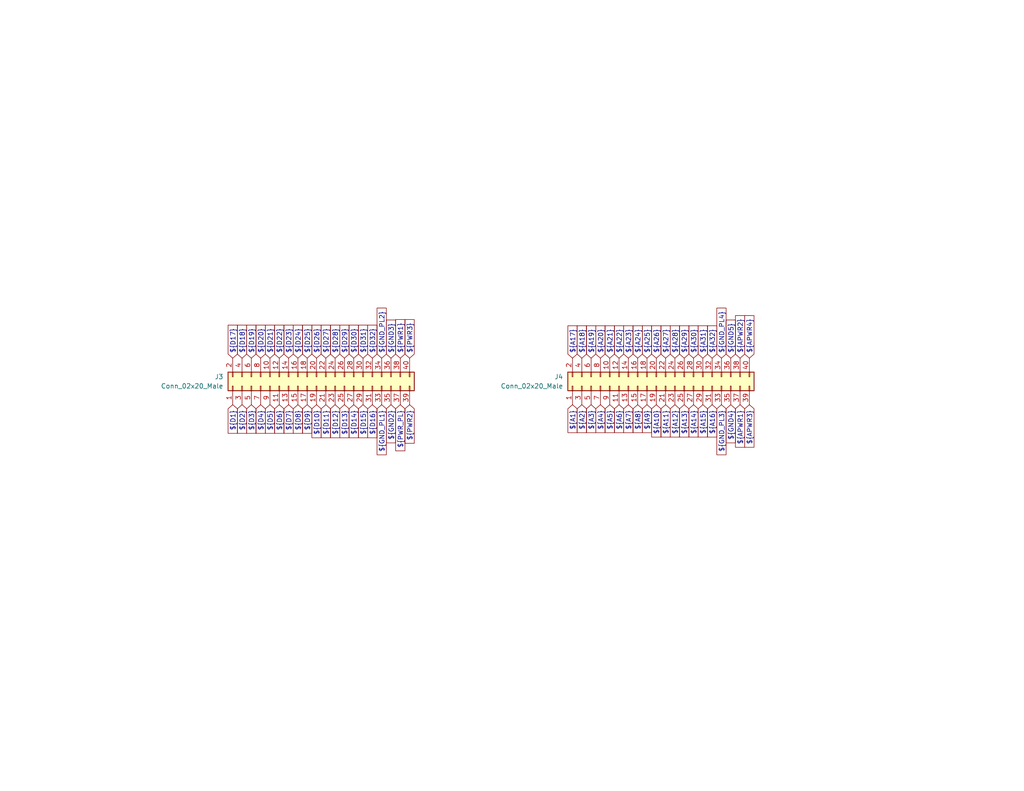
<source format=kicad_sch>
(kicad_sch
	(version 20231120)
	(generator "eeschema")
	(generator_version "8.0")
	(uuid "9a732beb-90ce-4941-8fa4-6a6f3dcbfc06")
	(paper "USLetter")
	(title_block
		(company "Decapod Devices")
	)
	(lib_symbols
		(symbol "Connector_Generic:Conn_02x20_Odd_Even"
			(pin_names
				(offset 1.016) hide)
			(exclude_from_sim no)
			(in_bom yes)
			(on_board yes)
			(property "Reference" "J"
				(at 1.27 25.4 0)
				(effects
					(font
						(size 1.27 1.27)
					)
				)
			)
			(property "Value" "Conn_02x20_Odd_Even"
				(at 1.27 -27.94 0)
				(effects
					(font
						(size 1.27 1.27)
					)
				)
			)
			(property "Footprint" ""
				(at 0 0 0)
				(effects
					(font
						(size 1.27 1.27)
					)
					(hide yes)
				)
			)
			(property "Datasheet" "~"
				(at 0 0 0)
				(effects
					(font
						(size 1.27 1.27)
					)
					(hide yes)
				)
			)
			(property "Description" "Generic connector, double row, 02x20, odd/even pin numbering scheme (row 1 odd numbers, row 2 even numbers), script generated (kicad-library-utils/schlib/autogen/connector/)"
				(at 0 0 0)
				(effects
					(font
						(size 1.27 1.27)
					)
					(hide yes)
				)
			)
			(property "ki_keywords" "connector"
				(at 0 0 0)
				(effects
					(font
						(size 1.27 1.27)
					)
					(hide yes)
				)
			)
			(property "ki_fp_filters" "Connector*:*_2x??_*"
				(at 0 0 0)
				(effects
					(font
						(size 1.27 1.27)
					)
					(hide yes)
				)
			)
			(symbol "Conn_02x20_Odd_Even_1_1"
				(rectangle
					(start -1.27 -25.273)
					(end 0 -25.527)
					(stroke
						(width 0.1524)
						(type default)
					)
					(fill
						(type none)
					)
				)
				(rectangle
					(start -1.27 -22.733)
					(end 0 -22.987)
					(stroke
						(width 0.1524)
						(type default)
					)
					(fill
						(type none)
					)
				)
				(rectangle
					(start -1.27 -20.193)
					(end 0 -20.447)
					(stroke
						(width 0.1524)
						(type default)
					)
					(fill
						(type none)
					)
				)
				(rectangle
					(start -1.27 -17.653)
					(end 0 -17.907)
					(stroke
						(width 0.1524)
						(type default)
					)
					(fill
						(type none)
					)
				)
				(rectangle
					(start -1.27 -15.113)
					(end 0 -15.367)
					(stroke
						(width 0.1524)
						(type default)
					)
					(fill
						(type none)
					)
				)
				(rectangle
					(start -1.27 -12.573)
					(end 0 -12.827)
					(stroke
						(width 0.1524)
						(type default)
					)
					(fill
						(type none)
					)
				)
				(rectangle
					(start -1.27 -10.033)
					(end 0 -10.287)
					(stroke
						(width 0.1524)
						(type default)
					)
					(fill
						(type none)
					)
				)
				(rectangle
					(start -1.27 -7.493)
					(end 0 -7.747)
					(stroke
						(width 0.1524)
						(type default)
					)
					(fill
						(type none)
					)
				)
				(rectangle
					(start -1.27 -4.953)
					(end 0 -5.207)
					(stroke
						(width 0.1524)
						(type default)
					)
					(fill
						(type none)
					)
				)
				(rectangle
					(start -1.27 -2.413)
					(end 0 -2.667)
					(stroke
						(width 0.1524)
						(type default)
					)
					(fill
						(type none)
					)
				)
				(rectangle
					(start -1.27 0.127)
					(end 0 -0.127)
					(stroke
						(width 0.1524)
						(type default)
					)
					(fill
						(type none)
					)
				)
				(rectangle
					(start -1.27 2.667)
					(end 0 2.413)
					(stroke
						(width 0.1524)
						(type default)
					)
					(fill
						(type none)
					)
				)
				(rectangle
					(start -1.27 5.207)
					(end 0 4.953)
					(stroke
						(width 0.1524)
						(type default)
					)
					(fill
						(type none)
					)
				)
				(rectangle
					(start -1.27 7.747)
					(end 0 7.493)
					(stroke
						(width 0.1524)
						(type default)
					)
					(fill
						(type none)
					)
				)
				(rectangle
					(start -1.27 10.287)
					(end 0 10.033)
					(stroke
						(width 0.1524)
						(type default)
					)
					(fill
						(type none)
					)
				)
				(rectangle
					(start -1.27 12.827)
					(end 0 12.573)
					(stroke
						(width 0.1524)
						(type default)
					)
					(fill
						(type none)
					)
				)
				(rectangle
					(start -1.27 15.367)
					(end 0 15.113)
					(stroke
						(width 0.1524)
						(type default)
					)
					(fill
						(type none)
					)
				)
				(rectangle
					(start -1.27 17.907)
					(end 0 17.653)
					(stroke
						(width 0.1524)
						(type default)
					)
					(fill
						(type none)
					)
				)
				(rectangle
					(start -1.27 20.447)
					(end 0 20.193)
					(stroke
						(width 0.1524)
						(type default)
					)
					(fill
						(type none)
					)
				)
				(rectangle
					(start -1.27 22.987)
					(end 0 22.733)
					(stroke
						(width 0.1524)
						(type default)
					)
					(fill
						(type none)
					)
				)
				(rectangle
					(start -1.27 24.13)
					(end 3.81 -26.67)
					(stroke
						(width 0.254)
						(type default)
					)
					(fill
						(type background)
					)
				)
				(rectangle
					(start 3.81 -25.273)
					(end 2.54 -25.527)
					(stroke
						(width 0.1524)
						(type default)
					)
					(fill
						(type none)
					)
				)
				(rectangle
					(start 3.81 -22.733)
					(end 2.54 -22.987)
					(stroke
						(width 0.1524)
						(type default)
					)
					(fill
						(type none)
					)
				)
				(rectangle
					(start 3.81 -20.193)
					(end 2.54 -20.447)
					(stroke
						(width 0.1524)
						(type default)
					)
					(fill
						(type none)
					)
				)
				(rectangle
					(start 3.81 -17.653)
					(end 2.54 -17.907)
					(stroke
						(width 0.1524)
						(type default)
					)
					(fill
						(type none)
					)
				)
				(rectangle
					(start 3.81 -15.113)
					(end 2.54 -15.367)
					(stroke
						(width 0.1524)
						(type default)
					)
					(fill
						(type none)
					)
				)
				(rectangle
					(start 3.81 -12.573)
					(end 2.54 -12.827)
					(stroke
						(width 0.1524)
						(type default)
					)
					(fill
						(type none)
					)
				)
				(rectangle
					(start 3.81 -10.033)
					(end 2.54 -10.287)
					(stroke
						(width 0.1524)
						(type default)
					)
					(fill
						(type none)
					)
				)
				(rectangle
					(start 3.81 -7.493)
					(end 2.54 -7.747)
					(stroke
						(width 0.1524)
						(type default)
					)
					(fill
						(type none)
					)
				)
				(rectangle
					(start 3.81 -4.953)
					(end 2.54 -5.207)
					(stroke
						(width 0.1524)
						(type default)
					)
					(fill
						(type none)
					)
				)
				(rectangle
					(start 3.81 -2.413)
					(end 2.54 -2.667)
					(stroke
						(width 0.1524)
						(type default)
					)
					(fill
						(type none)
					)
				)
				(rectangle
					(start 3.81 0.127)
					(end 2.54 -0.127)
					(stroke
						(width 0.1524)
						(type default)
					)
					(fill
						(type none)
					)
				)
				(rectangle
					(start 3.81 2.667)
					(end 2.54 2.413)
					(stroke
						(width 0.1524)
						(type default)
					)
					(fill
						(type none)
					)
				)
				(rectangle
					(start 3.81 5.207)
					(end 2.54 4.953)
					(stroke
						(width 0.1524)
						(type default)
					)
					(fill
						(type none)
					)
				)
				(rectangle
					(start 3.81 7.747)
					(end 2.54 7.493)
					(stroke
						(width 0.1524)
						(type default)
					)
					(fill
						(type none)
					)
				)
				(rectangle
					(start 3.81 10.287)
					(end 2.54 10.033)
					(stroke
						(width 0.1524)
						(type default)
					)
					(fill
						(type none)
					)
				)
				(rectangle
					(start 3.81 12.827)
					(end 2.54 12.573)
					(stroke
						(width 0.1524)
						(type default)
					)
					(fill
						(type none)
					)
				)
				(rectangle
					(start 3.81 15.367)
					(end 2.54 15.113)
					(stroke
						(width 0.1524)
						(type default)
					)
					(fill
						(type none)
					)
				)
				(rectangle
					(start 3.81 17.907)
					(end 2.54 17.653)
					(stroke
						(width 0.1524)
						(type default)
					)
					(fill
						(type none)
					)
				)
				(rectangle
					(start 3.81 20.447)
					(end 2.54 20.193)
					(stroke
						(width 0.1524)
						(type default)
					)
					(fill
						(type none)
					)
				)
				(rectangle
					(start 3.81 22.987)
					(end 2.54 22.733)
					(stroke
						(width 0.1524)
						(type default)
					)
					(fill
						(type none)
					)
				)
				(pin passive line
					(at -5.08 22.86 0)
					(length 3.81)
					(name "Pin_1"
						(effects
							(font
								(size 1.27 1.27)
							)
						)
					)
					(number "1"
						(effects
							(font
								(size 1.27 1.27)
							)
						)
					)
				)
				(pin passive line
					(at 7.62 12.7 180)
					(length 3.81)
					(name "Pin_10"
						(effects
							(font
								(size 1.27 1.27)
							)
						)
					)
					(number "10"
						(effects
							(font
								(size 1.27 1.27)
							)
						)
					)
				)
				(pin passive line
					(at -5.08 10.16 0)
					(length 3.81)
					(name "Pin_11"
						(effects
							(font
								(size 1.27 1.27)
							)
						)
					)
					(number "11"
						(effects
							(font
								(size 1.27 1.27)
							)
						)
					)
				)
				(pin passive line
					(at 7.62 10.16 180)
					(length 3.81)
					(name "Pin_12"
						(effects
							(font
								(size 1.27 1.27)
							)
						)
					)
					(number "12"
						(effects
							(font
								(size 1.27 1.27)
							)
						)
					)
				)
				(pin passive line
					(at -5.08 7.62 0)
					(length 3.81)
					(name "Pin_13"
						(effects
							(font
								(size 1.27 1.27)
							)
						)
					)
					(number "13"
						(effects
							(font
								(size 1.27 1.27)
							)
						)
					)
				)
				(pin passive line
					(at 7.62 7.62 180)
					(length 3.81)
					(name "Pin_14"
						(effects
							(font
								(size 1.27 1.27)
							)
						)
					)
					(number "14"
						(effects
							(font
								(size 1.27 1.27)
							)
						)
					)
				)
				(pin passive line
					(at -5.08 5.08 0)
					(length 3.81)
					(name "Pin_15"
						(effects
							(font
								(size 1.27 1.27)
							)
						)
					)
					(number "15"
						(effects
							(font
								(size 1.27 1.27)
							)
						)
					)
				)
				(pin passive line
					(at 7.62 5.08 180)
					(length 3.81)
					(name "Pin_16"
						(effects
							(font
								(size 1.27 1.27)
							)
						)
					)
					(number "16"
						(effects
							(font
								(size 1.27 1.27)
							)
						)
					)
				)
				(pin passive line
					(at -5.08 2.54 0)
					(length 3.81)
					(name "Pin_17"
						(effects
							(font
								(size 1.27 1.27)
							)
						)
					)
					(number "17"
						(effects
							(font
								(size 1.27 1.27)
							)
						)
					)
				)
				(pin passive line
					(at 7.62 2.54 180)
					(length 3.81)
					(name "Pin_18"
						(effects
							(font
								(size 1.27 1.27)
							)
						)
					)
					(number "18"
						(effects
							(font
								(size 1.27 1.27)
							)
						)
					)
				)
				(pin passive line
					(at -5.08 0 0)
					(length 3.81)
					(name "Pin_19"
						(effects
							(font
								(size 1.27 1.27)
							)
						)
					)
					(number "19"
						(effects
							(font
								(size 1.27 1.27)
							)
						)
					)
				)
				(pin passive line
					(at 7.62 22.86 180)
					(length 3.81)
					(name "Pin_2"
						(effects
							(font
								(size 1.27 1.27)
							)
						)
					)
					(number "2"
						(effects
							(font
								(size 1.27 1.27)
							)
						)
					)
				)
				(pin passive line
					(at 7.62 0 180)
					(length 3.81)
					(name "Pin_20"
						(effects
							(font
								(size 1.27 1.27)
							)
						)
					)
					(number "20"
						(effects
							(font
								(size 1.27 1.27)
							)
						)
					)
				)
				(pin passive line
					(at -5.08 -2.54 0)
					(length 3.81)
					(name "Pin_21"
						(effects
							(font
								(size 1.27 1.27)
							)
						)
					)
					(number "21"
						(effects
							(font
								(size 1.27 1.27)
							)
						)
					)
				)
				(pin passive line
					(at 7.62 -2.54 180)
					(length 3.81)
					(name "Pin_22"
						(effects
							(font
								(size 1.27 1.27)
							)
						)
					)
					(number "22"
						(effects
							(font
								(size 1.27 1.27)
							)
						)
					)
				)
				(pin passive line
					(at -5.08 -5.08 0)
					(length 3.81)
					(name "Pin_23"
						(effects
							(font
								(size 1.27 1.27)
							)
						)
					)
					(number "23"
						(effects
							(font
								(size 1.27 1.27)
							)
						)
					)
				)
				(pin passive line
					(at 7.62 -5.08 180)
					(length 3.81)
					(name "Pin_24"
						(effects
							(font
								(size 1.27 1.27)
							)
						)
					)
					(number "24"
						(effects
							(font
								(size 1.27 1.27)
							)
						)
					)
				)
				(pin passive line
					(at -5.08 -7.62 0)
					(length 3.81)
					(name "Pin_25"
						(effects
							(font
								(size 1.27 1.27)
							)
						)
					)
					(number "25"
						(effects
							(font
								(size 1.27 1.27)
							)
						)
					)
				)
				(pin passive line
					(at 7.62 -7.62 180)
					(length 3.81)
					(name "Pin_26"
						(effects
							(font
								(size 1.27 1.27)
							)
						)
					)
					(number "26"
						(effects
							(font
								(size 1.27 1.27)
							)
						)
					)
				)
				(pin passive line
					(at -5.08 -10.16 0)
					(length 3.81)
					(name "Pin_27"
						(effects
							(font
								(size 1.27 1.27)
							)
						)
					)
					(number "27"
						(effects
							(font
								(size 1.27 1.27)
							)
						)
					)
				)
				(pin passive line
					(at 7.62 -10.16 180)
					(length 3.81)
					(name "Pin_28"
						(effects
							(font
								(size 1.27 1.27)
							)
						)
					)
					(number "28"
						(effects
							(font
								(size 1.27 1.27)
							)
						)
					)
				)
				(pin passive line
					(at -5.08 -12.7 0)
					(length 3.81)
					(name "Pin_29"
						(effects
							(font
								(size 1.27 1.27)
							)
						)
					)
					(number "29"
						(effects
							(font
								(size 1.27 1.27)
							)
						)
					)
				)
				(pin passive line
					(at -5.08 20.32 0)
					(length 3.81)
					(name "Pin_3"
						(effects
							(font
								(size 1.27 1.27)
							)
						)
					)
					(number "3"
						(effects
							(font
								(size 1.27 1.27)
							)
						)
					)
				)
				(pin passive line
					(at 7.62 -12.7 180)
					(length 3.81)
					(name "Pin_30"
						(effects
							(font
								(size 1.27 1.27)
							)
						)
					)
					(number "30"
						(effects
							(font
								(size 1.27 1.27)
							)
						)
					)
				)
				(pin passive line
					(at -5.08 -15.24 0)
					(length 3.81)
					(name "Pin_31"
						(effects
							(font
								(size 1.27 1.27)
							)
						)
					)
					(number "31"
						(effects
							(font
								(size 1.27 1.27)
							)
						)
					)
				)
				(pin passive line
					(at 7.62 -15.24 180)
					(length 3.81)
					(name "Pin_32"
						(effects
							(font
								(size 1.27 1.27)
							)
						)
					)
					(number "32"
						(effects
							(font
								(size 1.27 1.27)
							)
						)
					)
				)
				(pin passive line
					(at -5.08 -17.78 0)
					(length 3.81)
					(name "Pin_33"
						(effects
							(font
								(size 1.27 1.27)
							)
						)
					)
					(number "33"
						(effects
							(font
								(size 1.27 1.27)
							)
						)
					)
				)
				(pin passive line
					(at 7.62 -17.78 180)
					(length 3.81)
					(name "Pin_34"
						(effects
							(font
								(size 1.27 1.27)
							)
						)
					)
					(number "34"
						(effects
							(font
								(size 1.27 1.27)
							)
						)
					)
				)
				(pin passive line
					(at -5.08 -20.32 0)
					(length 3.81)
					(name "Pin_35"
						(effects
							(font
								(size 1.27 1.27)
							)
						)
					)
					(number "35"
						(effects
							(font
								(size 1.27 1.27)
							)
						)
					)
				)
				(pin passive line
					(at 7.62 -20.32 180)
					(length 3.81)
					(name "Pin_36"
						(effects
							(font
								(size 1.27 1.27)
							)
						)
					)
					(number "36"
						(effects
							(font
								(size 1.27 1.27)
							)
						)
					)
				)
				(pin passive line
					(at -5.08 -22.86 0)
					(length 3.81)
					(name "Pin_37"
						(effects
							(font
								(size 1.27 1.27)
							)
						)
					)
					(number "37"
						(effects
							(font
								(size 1.27 1.27)
							)
						)
					)
				)
				(pin passive line
					(at 7.62 -22.86 180)
					(length 3.81)
					(name "Pin_38"
						(effects
							(font
								(size 1.27 1.27)
							)
						)
					)
					(number "38"
						(effects
							(font
								(size 1.27 1.27)
							)
						)
					)
				)
				(pin passive line
					(at -5.08 -25.4 0)
					(length 3.81)
					(name "Pin_39"
						(effects
							(font
								(size 1.27 1.27)
							)
						)
					)
					(number "39"
						(effects
							(font
								(size 1.27 1.27)
							)
						)
					)
				)
				(pin passive line
					(at 7.62 20.32 180)
					(length 3.81)
					(name "Pin_4"
						(effects
							(font
								(size 1.27 1.27)
							)
						)
					)
					(number "4"
						(effects
							(font
								(size 1.27 1.27)
							)
						)
					)
				)
				(pin passive line
					(at 7.62 -25.4 180)
					(length 3.81)
					(name "Pin_40"
						(effects
							(font
								(size 1.27 1.27)
							)
						)
					)
					(number "40"
						(effects
							(font
								(size 1.27 1.27)
							)
						)
					)
				)
				(pin passive line
					(at -5.08 17.78 0)
					(length 3.81)
					(name "Pin_5"
						(effects
							(font
								(size 1.27 1.27)
							)
						)
					)
					(number "5"
						(effects
							(font
								(size 1.27 1.27)
							)
						)
					)
				)
				(pin passive line
					(at 7.62 17.78 180)
					(length 3.81)
					(name "Pin_6"
						(effects
							(font
								(size 1.27 1.27)
							)
						)
					)
					(number "6"
						(effects
							(font
								(size 1.27 1.27)
							)
						)
					)
				)
				(pin passive line
					(at -5.08 15.24 0)
					(length 3.81)
					(name "Pin_7"
						(effects
							(font
								(size 1.27 1.27)
							)
						)
					)
					(number "7"
						(effects
							(font
								(size 1.27 1.27)
							)
						)
					)
				)
				(pin passive line
					(at 7.62 15.24 180)
					(length 3.81)
					(name "Pin_8"
						(effects
							(font
								(size 1.27 1.27)
							)
						)
					)
					(number "8"
						(effects
							(font
								(size 1.27 1.27)
							)
						)
					)
				)
				(pin passive line
					(at -5.08 12.7 0)
					(length 3.81)
					(name "Pin_9"
						(effects
							(font
								(size 1.27 1.27)
							)
						)
					)
					(number "9"
						(effects
							(font
								(size 1.27 1.27)
							)
						)
					)
				)
			)
		)
	)
	(global_label "${A16}"
		(shape input)
		(at 194.31 110.49 270)
		(fields_autoplaced yes)
		(effects
			(font
				(size 1.27 1.27)
			)
			(justify right)
		)
		(uuid "063ea2c5-2ffa-46b8-a6bc-9264475191a1")
		(property "Intersheetrefs" "${INTERSHEET_REFS}"
			(at 194.31 116.9828 90)
			(effects
				(font
					(size 1.27 1.27)
				)
				(justify right)
				(hide yes)
			)
		)
	)
	(global_label "${GND_PL3}"
		(shape input)
		(at 196.85 110.49 270)
		(fields_autoplaced yes)
		(effects
			(font
				(size 1.27 1.27)
			)
			(justify right)
		)
		(uuid "0de7a995-af4f-4dec-9b85-addfb0f129e4")
		(property "Intersheetrefs" "${INTERSHEET_REFS}"
			(at 196.85 120.6114 90)
			(effects
				(font
					(size 1.27 1.27)
				)
				(justify right)
				(hide yes)
			)
		)
	)
	(global_label "${A25}"
		(shape input)
		(at 176.53 97.79 90)
		(fields_autoplaced yes)
		(effects
			(font
				(size 1.27 1.27)
			)
			(justify left)
		)
		(uuid "0e325e65-d61e-41ff-a367-8156f67038e2")
		(property "Intersheetrefs" "${INTERSHEET_REFS}"
			(at 176.53 91.2972 90)
			(effects
				(font
					(size 1.27 1.27)
				)
				(justify left)
				(hide yes)
			)
		)
	)
	(global_label "${D5}"
		(shape input)
		(at 73.66 110.49 270)
		(fields_autoplaced yes)
		(effects
			(font
				(size 1.27 1.27)
			)
			(justify right)
		)
		(uuid "0f419c77-07ba-4998-8a65-4ebdbc912fdd")
		(property "Intersheetrefs" "${INTERSHEET_REFS}"
			(at 73.66 115.9547 90)
			(effects
				(font
					(size 1.27 1.27)
				)
				(justify right)
				(hide yes)
			)
		)
	)
	(global_label "${D23}"
		(shape input)
		(at 78.74 97.79 90)
		(fields_autoplaced yes)
		(effects
			(font
				(size 1.27 1.27)
			)
			(justify left)
		)
		(uuid "0f624824-b987-4d70-b4d0-c05c62c3fc6d")
		(property "Intersheetrefs" "${INTERSHEET_REFS}"
			(at 78.74 91.1158 90)
			(effects
				(font
					(size 1.27 1.27)
				)
				(justify left)
				(hide yes)
			)
		)
	)
	(global_label "${A19}"
		(shape input)
		(at 161.29 97.79 90)
		(fields_autoplaced yes)
		(effects
			(font
				(size 1.27 1.27)
			)
			(justify left)
		)
		(uuid "14da3077-48bc-4aa5-9382-1041f011bf37")
		(property "Intersheetrefs" "${INTERSHEET_REFS}"
			(at 161.29 91.2972 90)
			(effects
				(font
					(size 1.27 1.27)
				)
				(justify left)
				(hide yes)
			)
		)
	)
	(global_label "${PWR3}"
		(shape input)
		(at 111.76 97.79 90)
		(fields_autoplaced yes)
		(effects
			(font
				(size 1.27 1.27)
			)
			(justify left)
		)
		(uuid "17cf0adc-afdc-495c-9c81-e51e91676e1b")
		(property "Intersheetrefs" "${INTERSHEET_REFS}"
			(at 111.76 89.6039 90)
			(effects
				(font
					(size 1.27 1.27)
				)
				(justify left)
				(hide yes)
			)
		)
	)
	(global_label "${A9}"
		(shape input)
		(at 176.53 110.49 270)
		(fields_autoplaced yes)
		(effects
			(font
				(size 1.27 1.27)
			)
			(justify right)
		)
		(uuid "18fd0a1b-7533-4ede-8ce9-99b31ca938dd")
		(property "Intersheetrefs" "${INTERSHEET_REFS}"
			(at 176.53 115.7733 90)
			(effects
				(font
					(size 1.27 1.27)
				)
				(justify right)
				(hide yes)
			)
		)
	)
	(global_label "${D30}"
		(shape input)
		(at 96.52 97.79 90)
		(fields_autoplaced yes)
		(effects
			(font
				(size 1.27 1.27)
			)
			(justify left)
		)
		(uuid "218973df-8c08-4bd7-a346-6ad1f604c7b1")
		(property "Intersheetrefs" "${INTERSHEET_REFS}"
			(at 96.52 91.1158 90)
			(effects
				(font
					(size 1.27 1.27)
				)
				(justify left)
				(hide yes)
			)
		)
	)
	(global_label "${A12}"
		(shape input)
		(at 184.15 110.49 270)
		(fields_autoplaced yes)
		(effects
			(font
				(size 1.27 1.27)
			)
			(justify right)
		)
		(uuid "2483178a-e072-4b74-b318-6ee801e4a0c6")
		(property "Intersheetrefs" "${INTERSHEET_REFS}"
			(at 184.15 116.9828 90)
			(effects
				(font
					(size 1.27 1.27)
				)
				(justify right)
				(hide yes)
			)
		)
	)
	(global_label "${A14}"
		(shape input)
		(at 189.23 110.49 270)
		(fields_autoplaced yes)
		(effects
			(font
				(size 1.27 1.27)
			)
			(justify right)
		)
		(uuid "2623d088-1bc7-4698-94fd-a147a5cba94a")
		(property "Intersheetrefs" "${INTERSHEET_REFS}"
			(at 189.23 116.9828 90)
			(effects
				(font
					(size 1.27 1.27)
				)
				(justify right)
				(hide yes)
			)
		)
	)
	(global_label "${A31}"
		(shape input)
		(at 191.77 97.79 90)
		(fields_autoplaced yes)
		(effects
			(font
				(size 1.27 1.27)
			)
			(justify left)
		)
		(uuid "28eb3c7e-1360-497b-b8b7-666dbf5b7a23")
		(property "Intersheetrefs" "${INTERSHEET_REFS}"
			(at 191.77 91.2972 90)
			(effects
				(font
					(size 1.27 1.27)
				)
				(justify left)
				(hide yes)
			)
		)
	)
	(global_label "${D24}"
		(shape input)
		(at 81.28 97.79 90)
		(fields_autoplaced yes)
		(effects
			(font
				(size 1.27 1.27)
			)
			(justify left)
		)
		(uuid "35313e47-dce9-4bc4-af2e-4c35db600ac6")
		(property "Intersheetrefs" "${INTERSHEET_REFS}"
			(at 81.28 91.1158 90)
			(effects
				(font
					(size 1.27 1.27)
				)
				(justify left)
				(hide yes)
			)
		)
	)
	(global_label "${A8}"
		(shape input)
		(at 173.99 110.49 270)
		(fields_autoplaced yes)
		(effects
			(font
				(size 1.27 1.27)
			)
			(justify right)
		)
		(uuid "39554346-73ba-44da-af54-b05344eb60d1")
		(property "Intersheetrefs" "${INTERSHEET_REFS}"
			(at 173.99 115.7733 90)
			(effects
				(font
					(size 1.27 1.27)
				)
				(justify right)
				(hide yes)
			)
		)
	)
	(global_label "${GND_PL1}"
		(shape input)
		(at 104.14 110.49 270)
		(fields_autoplaced yes)
		(effects
			(font
				(size 1.27 1.27)
			)
			(justify right)
		)
		(uuid "3be0a0a3-3fb2-4461-828f-cb282854d698")
		(property "Intersheetrefs" "${INTERSHEET_REFS}"
			(at 104.14 120.6114 90)
			(effects
				(font
					(size 1.27 1.27)
				)
				(justify right)
				(hide yes)
			)
		)
	)
	(global_label "${A10}"
		(shape input)
		(at 179.07 110.49 270)
		(fields_autoplaced yes)
		(effects
			(font
				(size 1.27 1.27)
			)
			(justify right)
		)
		(uuid "453ccf82-72ce-4e1f-ac67-f77f88e82939")
		(property "Intersheetrefs" "${INTERSHEET_REFS}"
			(at 179.07 116.9828 90)
			(effects
				(font
					(size 1.27 1.27)
				)
				(justify right)
				(hide yes)
			)
		)
	)
	(global_label "${GND4}"
		(shape input)
		(at 199.39 110.49 270)
		(fields_autoplaced yes)
		(effects
			(font
				(size 1.27 1.27)
			)
			(justify right)
		)
		(uuid "48a9d887-7026-4f98-a39c-fcac8928dcb3")
		(property "Intersheetrefs" "${INTERSHEET_REFS}"
			(at 199.39 118.5552 90)
			(effects
				(font
					(size 1.27 1.27)
				)
				(justify right)
				(hide yes)
			)
		)
	)
	(global_label "${D8}"
		(shape input)
		(at 81.28 110.49 270)
		(fields_autoplaced yes)
		(effects
			(font
				(size 1.27 1.27)
			)
			(justify right)
		)
		(uuid "4bb85598-cbb9-43db-9cb0-cc32bde37d12")
		(property "Intersheetrefs" "${INTERSHEET_REFS}"
			(at 81.28 115.9547 90)
			(effects
				(font
					(size 1.27 1.27)
				)
				(justify right)
				(hide yes)
			)
		)
	)
	(global_label "${D3}"
		(shape input)
		(at 68.58 110.49 270)
		(fields_autoplaced yes)
		(effects
			(font
				(size 1.27 1.27)
			)
			(justify right)
		)
		(uuid "5078fec6-56c9-4b22-8e78-149cd2ee79c6")
		(property "Intersheetrefs" "${INTERSHEET_REFS}"
			(at 68.58 115.9547 90)
			(effects
				(font
					(size 1.27 1.27)
				)
				(justify right)
				(hide yes)
			)
		)
	)
	(global_label "${A2}"
		(shape input)
		(at 158.75 110.49 270)
		(fields_autoplaced yes)
		(effects
			(font
				(size 1.27 1.27)
			)
			(justify right)
		)
		(uuid "567c4b38-e5b6-4c38-922b-c9d7bb5d57e1")
		(property "Intersheetrefs" "${INTERSHEET_REFS}"
			(at 158.75 115.7733 90)
			(effects
				(font
					(size 1.27 1.27)
				)
				(justify right)
				(hide yes)
			)
		)
	)
	(global_label "${A18}"
		(shape input)
		(at 158.75 97.79 90)
		(fields_autoplaced yes)
		(effects
			(font
				(size 1.27 1.27)
			)
			(justify left)
		)
		(uuid "5824d1d7-0530-4ceb-8bcb-b3ee918f1fa7")
		(property "Intersheetrefs" "${INTERSHEET_REFS}"
			(at 158.75 91.2972 90)
			(effects
				(font
					(size 1.27 1.27)
				)
				(justify left)
				(hide yes)
			)
		)
	)
	(global_label "${A21}"
		(shape input)
		(at 166.37 97.79 90)
		(fields_autoplaced yes)
		(effects
			(font
				(size 1.27 1.27)
			)
			(justify left)
		)
		(uuid "5e9752ce-d2c0-485f-8da9-a59f6c30df80")
		(property "Intersheetrefs" "${INTERSHEET_REFS}"
			(at 166.37 91.2972 90)
			(effects
				(font
					(size 1.27 1.27)
				)
				(justify left)
				(hide yes)
			)
		)
	)
	(global_label "${A3}"
		(shape input)
		(at 161.29 110.49 270)
		(fields_autoplaced yes)
		(effects
			(font
				(size 1.27 1.27)
			)
			(justify right)
		)
		(uuid "5ed854b5-0e45-4425-af5d-948682b20644")
		(property "Intersheetrefs" "${INTERSHEET_REFS}"
			(at 161.29 115.7733 90)
			(effects
				(font
					(size 1.27 1.27)
				)
				(justify right)
				(hide yes)
			)
		)
	)
	(global_label "${A4}"
		(shape input)
		(at 163.83 110.49 270)
		(fields_autoplaced yes)
		(effects
			(font
				(size 1.27 1.27)
			)
			(justify right)
		)
		(uuid "64b88214-1aff-4543-a17e-7ce6fb438c5e")
		(property "Intersheetrefs" "${INTERSHEET_REFS}"
			(at 163.83 115.7733 90)
			(effects
				(font
					(size 1.27 1.27)
				)
				(justify right)
				(hide yes)
			)
		)
	)
	(global_label "${A32}"
		(shape input)
		(at 194.31 97.79 90)
		(fields_autoplaced yes)
		(effects
			(font
				(size 1.27 1.27)
			)
			(justify left)
		)
		(uuid "6c98eb21-02d9-4cbd-a676-5aa10802f101")
		(property "Intersheetrefs" "${INTERSHEET_REFS}"
			(at 194.31 91.2972 90)
			(effects
				(font
					(size 1.27 1.27)
				)
				(justify left)
				(hide yes)
			)
		)
	)
	(global_label "${GND3}"
		(shape input)
		(at 106.68 97.79 90)
		(fields_autoplaced yes)
		(effects
			(font
				(size 1.27 1.27)
			)
			(justify left)
		)
		(uuid "71011e11-245e-4272-b9a6-6e4ecc0f9fef")
		(property "Intersheetrefs" "${INTERSHEET_REFS}"
			(at 106.68 89.7248 90)
			(effects
				(font
					(size 1.27 1.27)
				)
				(justify left)
				(hide yes)
			)
		)
	)
	(global_label "${A17}"
		(shape input)
		(at 156.21 97.79 90)
		(fields_autoplaced yes)
		(effects
			(font
				(size 1.27 1.27)
			)
			(justify left)
		)
		(uuid "770a6c6a-452c-4d01-a08a-f36e29eb9799")
		(property "Intersheetrefs" "${INTERSHEET_REFS}"
			(at 156.21 91.2972 90)
			(effects
				(font
					(size 1.27 1.27)
				)
				(justify left)
				(hide yes)
			)
		)
	)
	(global_label "${A27}"
		(shape input)
		(at 181.61 97.79 90)
		(fields_autoplaced yes)
		(effects
			(font
				(size 1.27 1.27)
			)
			(justify left)
		)
		(uuid "785e7b32-6e44-4bae-97a3-4ceed7683b1d")
		(property "Intersheetrefs" "${INTERSHEET_REFS}"
			(at 181.61 91.2972 90)
			(effects
				(font
					(size 1.27 1.27)
				)
				(justify left)
				(hide yes)
			)
		)
	)
	(global_label "${GND_PL2}"
		(shape input)
		(at 104.14 97.79 90)
		(fields_autoplaced yes)
		(effects
			(font
				(size 1.27 1.27)
			)
			(justify left)
		)
		(uuid "78b4a1d2-d7a7-4700-b20a-18df1a38add1")
		(property "Intersheetrefs" "${INTERSHEET_REFS}"
			(at 104.14 87.6686 90)
			(effects
				(font
					(size 1.27 1.27)
				)
				(justify left)
				(hide yes)
			)
		)
	)
	(global_label "${D10}"
		(shape input)
		(at 86.36 110.49 270)
		(fields_autoplaced yes)
		(effects
			(font
				(size 1.27 1.27)
			)
			(justify right)
		)
		(uuid "7a11236a-0fd0-4503-8b3e-5000b1e1064f")
		(property "Intersheetrefs" "${INTERSHEET_REFS}"
			(at 86.36 117.1642 90)
			(effects
				(font
					(size 1.27 1.27)
				)
				(justify right)
				(hide yes)
			)
		)
	)
	(global_label "${D32}"
		(shape input)
		(at 101.6 97.79 90)
		(fields_autoplaced yes)
		(effects
			(font
				(size 1.27 1.27)
			)
			(justify left)
		)
		(uuid "7bbcc182-d383-435a-9e34-32695ce7f219")
		(property "Intersheetrefs" "${INTERSHEET_REFS}"
			(at 101.6 91.1158 90)
			(effects
				(font
					(size 1.27 1.27)
				)
				(justify left)
				(hide yes)
			)
		)
	)
	(global_label "${A26}"
		(shape input)
		(at 179.07 97.79 90)
		(fields_autoplaced yes)
		(effects
			(font
				(size 1.27 1.27)
			)
			(justify left)
		)
		(uuid "7f26855c-41a0-4658-98c6-b5a3906ca38b")
		(property "Intersheetrefs" "${INTERSHEET_REFS}"
			(at 179.07 91.2972 90)
			(effects
				(font
					(size 1.27 1.27)
				)
				(justify left)
				(hide yes)
			)
		)
	)
	(global_label "${GND_PL4}"
		(shape input)
		(at 196.85 97.79 90)
		(fields_autoplaced yes)
		(effects
			(font
				(size 1.27 1.27)
			)
			(justify left)
		)
		(uuid "80941a0a-3f42-4f21-b1f2-4b9b15992d33")
		(property "Intersheetrefs" "${INTERSHEET_REFS}"
			(at 196.85 87.6686 90)
			(effects
				(font
					(size 1.27 1.27)
				)
				(justify left)
				(hide yes)
			)
		)
	)
	(global_label "${D19}"
		(shape input)
		(at 68.58 97.79 90)
		(fields_autoplaced yes)
		(effects
			(font
				(size 1.27 1.27)
			)
			(justify left)
		)
		(uuid "82ce978f-2afa-4ebf-b9fc-8e635028db13")
		(property "Intersheetrefs" "${INTERSHEET_REFS}"
			(at 68.58 91.1158 90)
			(effects
				(font
					(size 1.27 1.27)
				)
				(justify left)
				(hide yes)
			)
		)
	)
	(global_label "${D31}"
		(shape input)
		(at 99.06 97.79 90)
		(fields_autoplaced yes)
		(effects
			(font
				(size 1.27 1.27)
			)
			(justify left)
		)
		(uuid "86e32067-9c02-4527-8d5a-554f820635eb")
		(property "Intersheetrefs" "${INTERSHEET_REFS}"
			(at 99.06 91.1158 90)
			(effects
				(font
					(size 1.27 1.27)
				)
				(justify left)
				(hide yes)
			)
		)
	)
	(global_label "${A29}"
		(shape input)
		(at 186.69 97.79 90)
		(fields_autoplaced yes)
		(effects
			(font
				(size 1.27 1.27)
			)
			(justify left)
		)
		(uuid "918a93e4-74e0-4ae7-bb5f-628a255c2ee2")
		(property "Intersheetrefs" "${INTERSHEET_REFS}"
			(at 186.69 91.2972 90)
			(effects
				(font
					(size 1.27 1.27)
				)
				(justify left)
				(hide yes)
			)
		)
	)
	(global_label "${PWR_PL}"
		(shape input)
		(at 109.22 110.49 270)
		(fields_autoplaced yes)
		(effects
			(font
				(size 1.27 1.27)
			)
			(justify right)
		)
		(uuid "973397d7-d4bc-49e1-bd03-ba8ad77067d2")
		(property "Intersheetrefs" "${INTERSHEET_REFS}"
			(at 109.22 120.7323 90)
			(effects
				(font
					(size 1.27 1.27)
				)
				(justify right)
				(hide yes)
			)
		)
	)
	(global_label "${D25}"
		(shape input)
		(at 83.82 97.79 90)
		(fields_autoplaced yes)
		(effects
			(font
				(size 1.27 1.27)
			)
			(justify left)
		)
		(uuid "9acfa0a8-0c18-4f6b-bcf2-e9c5c808a68c")
		(property "Intersheetrefs" "${INTERSHEET_REFS}"
			(at 83.82 91.1158 90)
			(effects
				(font
					(size 1.27 1.27)
				)
				(justify left)
				(hide yes)
			)
		)
	)
	(global_label "${A28}"
		(shape input)
		(at 184.15 97.79 90)
		(fields_autoplaced yes)
		(effects
			(font
				(size 1.27 1.27)
			)
			(justify left)
		)
		(uuid "a579b7e0-20bd-4380-95b6-19f375b391e2")
		(property "Intersheetrefs" "${INTERSHEET_REFS}"
			(at 184.15 91.2972 90)
			(effects
				(font
					(size 1.27 1.27)
				)
				(justify left)
				(hide yes)
			)
		)
	)
	(global_label "${GND2}"
		(shape input)
		(at 106.68 110.49 270)
		(fields_autoplaced yes)
		(effects
			(font
				(size 1.27 1.27)
			)
			(justify right)
		)
		(uuid "a6486397-73a0-451d-8d7b-2a0fb8c75272")
		(property "Intersheetrefs" "${INTERSHEET_REFS}"
			(at 106.68 118.5552 90)
			(effects
				(font
					(size 1.27 1.27)
				)
				(justify right)
				(hide yes)
			)
		)
	)
	(global_label "${A20}"
		(shape input)
		(at 163.83 97.79 90)
		(fields_autoplaced yes)
		(effects
			(font
				(size 1.27 1.27)
			)
			(justify left)
		)
		(uuid "a7cf0b76-37a6-4f27-bd2f-61ef34161bb4")
		(property "Intersheetrefs" "${INTERSHEET_REFS}"
			(at 163.83 91.2972 90)
			(effects
				(font
					(size 1.27 1.27)
				)
				(justify left)
				(hide yes)
			)
		)
	)
	(global_label "${D4}"
		(shape input)
		(at 71.12 110.49 270)
		(fields_autoplaced yes)
		(effects
			(font
				(size 1.27 1.27)
			)
			(justify right)
		)
		(uuid "a7d697bb-4c55-4b23-95ad-93cb20f57a73")
		(property "Intersheetrefs" "${INTERSHEET_REFS}"
			(at 71.12 115.9547 90)
			(effects
				(font
					(size 1.27 1.27)
				)
				(justify right)
				(hide yes)
			)
		)
	)
	(global_label "${D11}"
		(shape input)
		(at 88.9 110.49 270)
		(fields_autoplaced yes)
		(effects
			(font
				(size 1.27 1.27)
			)
			(justify right)
		)
		(uuid "a8189245-74ad-4ce7-a4f4-c74ad07fae09")
		(property "Intersheetrefs" "${INTERSHEET_REFS}"
			(at 88.9 117.1642 90)
			(effects
				(font
					(size 1.27 1.27)
				)
				(justify right)
				(hide yes)
			)
		)
	)
	(global_label "${A11}"
		(shape input)
		(at 181.61 110.49 270)
		(fields_autoplaced yes)
		(effects
			(font
				(size 1.27 1.27)
			)
			(justify right)
		)
		(uuid "ae644042-3c76-43c3-8016-84df376a9dcd")
		(property "Intersheetrefs" "${INTERSHEET_REFS}"
			(at 181.61 116.9828 90)
			(effects
				(font
					(size 1.27 1.27)
				)
				(justify right)
				(hide yes)
			)
		)
	)
	(global_label "${D18}"
		(shape input)
		(at 66.04 97.79 90)
		(fields_autoplaced yes)
		(effects
			(font
				(size 1.27 1.27)
			)
			(justify left)
		)
		(uuid "ae974797-94a5-4b8d-9e64-25399b239b8a")
		(property "Intersheetrefs" "${INTERSHEET_REFS}"
			(at 66.04 91.1158 90)
			(effects
				(font
					(size 1.27 1.27)
				)
				(justify left)
				(hide yes)
			)
		)
	)
	(global_label "${D26}"
		(shape input)
		(at 86.36 97.79 90)
		(fields_autoplaced yes)
		(effects
			(font
				(size 1.27 1.27)
			)
			(justify left)
		)
		(uuid "b2b12fa4-c4ca-450f-8fb8-9f1c903919f8")
		(property "Intersheetrefs" "${INTERSHEET_REFS}"
			(at 86.36 91.1158 90)
			(effects
				(font
					(size 1.27 1.27)
				)
				(justify left)
				(hide yes)
			)
		)
	)
	(global_label "${D6}"
		(shape input)
		(at 76.2 110.49 270)
		(fields_autoplaced yes)
		(effects
			(font
				(size 1.27 1.27)
			)
			(justify right)
		)
		(uuid "b412b936-f880-4ccf-b94b-da800842f0a0")
		(property "Intersheetrefs" "${INTERSHEET_REFS}"
			(at 76.2 115.9547 90)
			(effects
				(font
					(size 1.27 1.27)
				)
				(justify right)
				(hide yes)
			)
		)
	)
	(global_label "${D20}"
		(shape input)
		(at 71.12 97.79 90)
		(fields_autoplaced yes)
		(effects
			(font
				(size 1.27 1.27)
			)
			(justify left)
		)
		(uuid "b9a97141-c57c-4306-93a0-6a6b4f1d8559")
		(property "Intersheetrefs" "${INTERSHEET_REFS}"
			(at 71.12 91.1158 90)
			(effects
				(font
					(size 1.27 1.27)
				)
				(justify left)
				(hide yes)
			)
		)
	)
	(global_label "${D16}"
		(shape input)
		(at 101.6 110.49 270)
		(fields_autoplaced yes)
		(effects
			(font
				(size 1.27 1.27)
			)
			(justify right)
		)
		(uuid "b9ea791e-7f15-4e8d-ba48-f818146631d3")
		(property "Intersheetrefs" "${INTERSHEET_REFS}"
			(at 101.6 117.1642 90)
			(effects
				(font
					(size 1.27 1.27)
				)
				(justify right)
				(hide yes)
			)
		)
	)
	(global_label "${GND5}"
		(shape input)
		(at 199.39 97.79 90)
		(fields_autoplaced yes)
		(effects
			(font
				(size 1.27 1.27)
			)
			(justify left)
		)
		(uuid "bcbc9b50-0604-4fe2-9dd2-44d1e82a0a5e")
		(property "Intersheetrefs" "${INTERSHEET_REFS}"
			(at 199.39 89.7248 90)
			(effects
				(font
					(size 1.27 1.27)
				)
				(justify left)
				(hide yes)
			)
		)
	)
	(global_label "${A30}"
		(shape input)
		(at 189.23 97.79 90)
		(fields_autoplaced yes)
		(effects
			(font
				(size 1.27 1.27)
			)
			(justify left)
		)
		(uuid "bf980a2f-7e49-43e3-85c8-5681023c4211")
		(property "Intersheetrefs" "${INTERSHEET_REFS}"
			(at 189.23 91.2972 90)
			(effects
				(font
					(size 1.27 1.27)
				)
				(justify left)
				(hide yes)
			)
		)
	)
	(global_label "${PWR1}"
		(shape input)
		(at 109.22 97.79 90)
		(fields_autoplaced yes)
		(effects
			(font
				(size 1.27 1.27)
			)
			(justify left)
		)
		(uuid "c11934ac-a3fa-47f4-9bbb-b59215d09c63")
		(property "Intersheetrefs" "${INTERSHEET_REFS}"
			(at 109.22 89.6039 90)
			(effects
				(font
					(size 1.27 1.27)
				)
				(justify left)
				(hide yes)
			)
		)
	)
	(global_label "${D21}"
		(shape input)
		(at 73.66 97.79 90)
		(fields_autoplaced yes)
		(effects
			(font
				(size 1.27 1.27)
			)
			(justify left)
		)
		(uuid "c25cb16d-91d7-4ef7-9ebe-6fbefe436f7a")
		(property "Intersheetrefs" "${INTERSHEET_REFS}"
			(at 73.66 91.1158 90)
			(effects
				(font
					(size 1.27 1.27)
				)
				(justify left)
				(hide yes)
			)
		)
	)
	(global_label "${D13}"
		(shape input)
		(at 93.98 110.49 270)
		(fields_autoplaced yes)
		(effects
			(font
				(size 1.27 1.27)
			)
			(justify right)
		)
		(uuid "c2f965d3-4cd2-4534-986f-4719ae99117d")
		(property "Intersheetrefs" "${INTERSHEET_REFS}"
			(at 93.98 117.1642 90)
			(effects
				(font
					(size 1.27 1.27)
				)
				(justify right)
				(hide yes)
			)
		)
	)
	(global_label "${A1}"
		(shape input)
		(at 156.21 110.49 270)
		(fields_autoplaced yes)
		(effects
			(font
				(size 1.27 1.27)
			)
			(justify right)
		)
		(uuid "c40e51f5-4ea9-47a3-9de5-01752c4ca8d7")
		(property "Intersheetrefs" "${INTERSHEET_REFS}"
			(at 156.21 115.7733 90)
			(effects
				(font
					(size 1.27 1.27)
				)
				(justify right)
				(hide yes)
			)
		)
	)
	(global_label "${D15}"
		(shape input)
		(at 99.06 110.49 270)
		(fields_autoplaced yes)
		(effects
			(font
				(size 1.27 1.27)
			)
			(justify right)
		)
		(uuid "c6f5d61d-2195-4e94-8d4a-717595281a03")
		(property "Intersheetrefs" "${INTERSHEET_REFS}"
			(at 99.06 117.1642 90)
			(effects
				(font
					(size 1.27 1.27)
				)
				(justify right)
				(hide yes)
			)
		)
	)
	(global_label "${APWR2}"
		(shape input)
		(at 201.93 97.79 90)
		(fields_autoplaced yes)
		(effects
			(font
				(size 1.27 1.27)
			)
			(justify left)
		)
		(uuid "c8d09906-49a2-4cd2-92ce-ab24578b127f")
		(property "Intersheetrefs" "${INTERSHEET_REFS}"
			(at 201.93 88.5153 90)
			(effects
				(font
					(size 1.27 1.27)
				)
				(justify left)
				(hide yes)
			)
		)
	)
	(global_label "${A7}"
		(shape input)
		(at 171.45 110.49 270)
		(fields_autoplaced yes)
		(effects
			(font
				(size 1.27 1.27)
			)
			(justify right)
		)
		(uuid "d0ce3944-987d-47ab-b92d-009fc56128e5")
		(property "Intersheetrefs" "${INTERSHEET_REFS}"
			(at 171.45 115.7733 90)
			(effects
				(font
					(size 1.27 1.27)
				)
				(justify right)
				(hide yes)
			)
		)
	)
	(global_label "${D9}"
		(shape input)
		(at 83.82 110.49 270)
		(fields_autoplaced yes)
		(effects
			(font
				(size 1.27 1.27)
			)
			(justify right)
		)
		(uuid "d0fa233d-c222-4457-b8f6-a880e582a998")
		(property "Intersheetrefs" "${INTERSHEET_REFS}"
			(at 83.82 115.9547 90)
			(effects
				(font
					(size 1.27 1.27)
				)
				(justify right)
				(hide yes)
			)
		)
	)
	(global_label "${D28}"
		(shape input)
		(at 91.44 97.79 90)
		(fields_autoplaced yes)
		(effects
			(font
				(size 1.27 1.27)
			)
			(justify left)
		)
		(uuid "d5c7bb3e-3af2-4fc7-bd3e-287dd9743a23")
		(property "Intersheetrefs" "${INTERSHEET_REFS}"
			(at 91.44 91.1158 90)
			(effects
				(font
					(size 1.27 1.27)
				)
				(justify left)
				(hide yes)
			)
		)
	)
	(global_label "${APWR3}"
		(shape input)
		(at 204.47 110.49 270)
		(fields_autoplaced yes)
		(effects
			(font
				(size 1.27 1.27)
			)
			(justify right)
		)
		(uuid "d9074af9-8614-47fd-a1bc-8718d576f97f")
		(property "Intersheetrefs" "${INTERSHEET_REFS}"
			(at 204.47 119.7647 90)
			(effects
				(font
					(size 1.27 1.27)
				)
				(justify right)
				(hide yes)
			)
		)
	)
	(global_label "${D2}"
		(shape input)
		(at 66.04 110.49 270)
		(fields_autoplaced yes)
		(effects
			(font
				(size 1.27 1.27)
			)
			(justify right)
		)
		(uuid "d92148ae-bbff-47ca-b5c1-d2bca957c207")
		(property "Intersheetrefs" "${INTERSHEET_REFS}"
			(at 66.04 115.9547 90)
			(effects
				(font
					(size 1.27 1.27)
				)
				(justify right)
				(hide yes)
			)
		)
	)
	(global_label "${D27}"
		(shape input)
		(at 88.9 97.79 90)
		(fields_autoplaced yes)
		(effects
			(font
				(size 1.27 1.27)
			)
			(justify left)
		)
		(uuid "d946b566-a660-4181-b75d-bda1aa77f096")
		(property "Intersheetrefs" "${INTERSHEET_REFS}"
			(at 88.9 91.1158 90)
			(effects
				(font
					(size 1.27 1.27)
				)
				(justify left)
				(hide yes)
			)
		)
	)
	(global_label "${D7}"
		(shape input)
		(at 78.74 110.49 270)
		(fields_autoplaced yes)
		(effects
			(font
				(size 1.27 1.27)
			)
			(justify right)
		)
		(uuid "dbe5dbfc-93eb-4d63-94ad-52c5dfa6df39")
		(property "Intersheetrefs" "${INTERSHEET_REFS}"
			(at 78.74 115.9547 90)
			(effects
				(font
					(size 1.27 1.27)
				)
				(justify right)
				(hide yes)
			)
		)
	)
	(global_label "${APWR4}"
		(shape input)
		(at 204.47 97.79 90)
		(fields_autoplaced yes)
		(effects
			(font
				(size 1.27 1.27)
			)
			(justify left)
		)
		(uuid "dd2bdb9e-8c19-43d3-8106-ca2bbec8331d")
		(property "Intersheetrefs" "${INTERSHEET_REFS}"
			(at 204.47 88.5153 90)
			(effects
				(font
					(size 1.27 1.27)
				)
				(justify left)
				(hide yes)
			)
		)
	)
	(global_label "${A13}"
		(shape input)
		(at 186.69 110.49 270)
		(fields_autoplaced yes)
		(effects
			(font
				(size 1.27 1.27)
			)
			(justify right)
		)
		(uuid "df4384dd-2081-41b9-a7f0-4a2f5499be73")
		(property "Intersheetrefs" "${INTERSHEET_REFS}"
			(at 186.69 116.9828 90)
			(effects
				(font
					(size 1.27 1.27)
				)
				(justify right)
				(hide yes)
			)
		)
	)
	(global_label "${PWR2}"
		(shape input)
		(at 111.76 110.49 270)
		(fields_autoplaced yes)
		(effects
			(font
				(size 1.27 1.27)
			)
			(justify right)
		)
		(uuid "e3338b0b-3801-4b3c-a7ac-e867389b2e60")
		(property "Intersheetrefs" "${INTERSHEET_REFS}"
			(at 111.76 118.6761 90)
			(effects
				(font
					(size 1.27 1.27)
				)
				(justify right)
				(hide yes)
			)
		)
	)
	(global_label "${D12}"
		(shape input)
		(at 91.44 110.49 270)
		(fields_autoplaced yes)
		(effects
			(font
				(size 1.27 1.27)
			)
			(justify right)
		)
		(uuid "e85156a3-5b23-408f-a762-77fc4aff84fb")
		(property "Intersheetrefs" "${INTERSHEET_REFS}"
			(at 91.44 117.1642 90)
			(effects
				(font
					(size 1.27 1.27)
				)
				(justify right)
				(hide yes)
			)
		)
	)
	(global_label "${A23}"
		(shape input)
		(at 171.45 97.79 90)
		(fields_autoplaced yes)
		(effects
			(font
				(size 1.27 1.27)
			)
			(justify left)
		)
		(uuid "e8aaad7e-b9d6-4529-8e9f-4310787d2a52")
		(property "Intersheetrefs" "${INTERSHEET_REFS}"
			(at 171.45 91.2972 90)
			(effects
				(font
					(size 1.27 1.27)
				)
				(justify left)
				(hide yes)
			)
		)
	)
	(global_label "${A15}"
		(shape input)
		(at 191.77 110.49 270)
		(fields_autoplaced yes)
		(effects
			(font
				(size 1.27 1.27)
			)
			(justify right)
		)
		(uuid "e943d25b-b0bc-4eda-9084-4421d9d307b5")
		(property "Intersheetrefs" "${INTERSHEET_REFS}"
			(at 191.77 116.9828 90)
			(effects
				(font
					(size 1.27 1.27)
				)
				(justify right)
				(hide yes)
			)
		)
	)
	(global_label "${A5}"
		(shape input)
		(at 166.37 110.49 270)
		(fields_autoplaced yes)
		(effects
			(font
				(size 1.27 1.27)
			)
			(justify right)
		)
		(uuid "e996ab95-c3d5-4208-9378-64ab0126f580")
		(property "Intersheetrefs" "${INTERSHEET_REFS}"
			(at 166.37 115.7733 90)
			(effects
				(font
					(size 1.27 1.27)
				)
				(justify right)
				(hide yes)
			)
		)
	)
	(global_label "${D17}"
		(shape input)
		(at 63.5 97.79 90)
		(fields_autoplaced yes)
		(effects
			(font
				(size 1.27 1.27)
			)
			(justify left)
		)
		(uuid "ecb91a77-9896-4e99-9b6e-2fea3ea8e0d1")
		(property "Intersheetrefs" "${INTERSHEET_REFS}"
			(at 63.5 91.1158 90)
			(effects
				(font
					(size 1.27 1.27)
				)
				(justify left)
				(hide yes)
			)
		)
	)
	(global_label "${D1}"
		(shape input)
		(at 63.5 110.49 270)
		(fields_autoplaced yes)
		(effects
			(font
				(size 1.27 1.27)
			)
			(justify right)
		)
		(uuid "ef9cf29f-aaf3-4443-b54a-7cba955140fd")
		(property "Intersheetrefs" "${INTERSHEET_REFS}"
			(at 63.5 115.9547 90)
			(effects
				(font
					(size 1.27 1.27)
				)
				(justify right)
				(hide yes)
			)
		)
	)
	(global_label "${D29}"
		(shape input)
		(at 93.98 97.79 90)
		(fields_autoplaced yes)
		(effects
			(font
				(size 1.27 1.27)
			)
			(justify left)
		)
		(uuid "f22e5eba-f5b6-4326-995a-1046cbfd85f1")
		(property "Intersheetrefs" "${INTERSHEET_REFS}"
			(at 93.98 91.1158 90)
			(effects
				(font
					(size 1.27 1.27)
				)
				(justify left)
				(hide yes)
			)
		)
	)
	(global_label "${A6}"
		(shape input)
		(at 168.91 110.49 270)
		(fields_autoplaced yes)
		(effects
			(font
				(size 1.27 1.27)
			)
			(justify right)
		)
		(uuid "f53fafb6-046a-43c2-b0a3-1b1813c32df8")
		(property "Intersheetrefs" "${INTERSHEET_REFS}"
			(at 168.91 115.7733 90)
			(effects
				(font
					(size 1.27 1.27)
				)
				(justify right)
				(hide yes)
			)
		)
	)
	(global_label "${A24}"
		(shape input)
		(at 173.99 97.79 90)
		(fields_autoplaced yes)
		(effects
			(font
				(size 1.27 1.27)
			)
			(justify left)
		)
		(uuid "f5cdec69-681e-41fa-b9ec-6afc8c1bfbfe")
		(property "Intersheetrefs" "${INTERSHEET_REFS}"
			(at 173.99 91.2972 90)
			(effects
				(font
					(size 1.27 1.27)
				)
				(justify left)
				(hide yes)
			)
		)
	)
	(global_label "${APWR1}"
		(shape input)
		(at 201.93 110.49 270)
		(fields_autoplaced yes)
		(effects
			(font
				(size 1.27 1.27)
			)
			(justify right)
		)
		(uuid "fa4e03f4-83ae-4c1f-9dff-dc6f8cd668ce")
		(property "Intersheetrefs" "${INTERSHEET_REFS}"
			(at 201.93 119.7647 90)
			(effects
				(font
					(size 1.27 1.27)
				)
				(justify right)
				(hide yes)
			)
		)
	)
	(global_label "${D14}"
		(shape input)
		(at 96.52 110.49 270)
		(fields_autoplaced yes)
		(effects
			(font
				(size 1.27 1.27)
			)
			(justify right)
		)
		(uuid "fb698f08-24a5-4970-aaa2-9cc0c990e1b9")
		(property "Intersheetrefs" "${INTERSHEET_REFS}"
			(at 96.52 117.1642 90)
			(effects
				(font
					(size 1.27 1.27)
				)
				(justify right)
				(hide yes)
			)
		)
	)
	(global_label "${D22}"
		(shape input)
		(at 76.2 97.79 90)
		(fields_autoplaced yes)
		(effects
			(font
				(size 1.27 1.27)
			)
			(justify left)
		)
		(uuid "fc7bb815-0d33-450d-a4fd-226224ea504c")
		(property "Intersheetrefs" "${INTERSHEET_REFS}"
			(at 76.2 91.1158 90)
			(effects
				(font
					(size 1.27 1.27)
				)
				(justify left)
				(hide yes)
			)
		)
	)
	(global_label "${A22}"
		(shape input)
		(at 168.91 97.79 90)
		(fields_autoplaced yes)
		(effects
			(font
				(size 1.27 1.27)
			)
			(justify left)
		)
		(uuid "fdbc6059-11cc-41a5-b489-ea46b4562baa")
		(property "Intersheetrefs" "${INTERSHEET_REFS}"
			(at 168.91 91.2972 90)
			(effects
				(font
					(size 1.27 1.27)
				)
				(justify left)
				(hide yes)
			)
		)
	)
	(symbol
		(lib_id "Connector_Generic:Conn_02x20_Odd_Even")
		(at 179.07 105.41 90)
		(unit 1)
		(exclude_from_sim no)
		(in_bom yes)
		(on_board yes)
		(dnp no)
		(uuid "9a11b448-39f3-471f-9601-d41a622aa4b7")
		(property "Reference" "J4"
			(at 153.67 102.8699 90)
			(effects
				(font
					(size 1.27 1.27)
				)
				(justify left)
			)
		)
		(property "Value" "Conn_02x20_Male"
			(at 153.67 105.4099 90)
			(effects
				(font
					(size 1.27 1.27)
				)
				(justify left)
			)
		)
		(property "Footprint" "Connector_PinSocket_2.54mm:PinSocket_2x20_P2.54mm_Horizontal"
			(at 179.07 105.41 0)
			(effects
				(font
					(size 1.27 1.27)
				)
				(hide yes)
			)
		)
		(property "Datasheet" "~"
			(at 179.07 105.41 0)
			(effects
				(font
					(size 1.27 1.27)
				)
				(hide yes)
			)
		)
		(property "Description" "Generic connector, double row, 02x20, odd/even pin numbering scheme (row 1 odd numbers, row 2 even numbers), script generated (kicad-library-utils/schlib/autogen/connector/)"
			(at 179.07 105.41 0)
			(effects
				(font
					(size 1.27 1.27)
				)
				(hide yes)
			)
		)
		(pin "10"
			(uuid "9ccbb449-f09e-47c3-a674-96ad3c068b4c")
		)
		(pin "15"
			(uuid "c4827766-6404-4212-82a6-29a53e131758")
		)
		(pin "2"
			(uuid "5d5c44ed-30b7-4bdd-89a7-94366a56cd80")
		)
		(pin "30"
			(uuid "bfc7aff9-a1b4-4de3-aa2a-b00d13c6929e")
		)
		(pin "34"
			(uuid "b52a17c5-46d9-46eb-a8e8-101190548aa0")
		)
		(pin "5"
			(uuid "68ac99e1-aad3-4d17-b7d4-42c299e40329")
		)
		(pin "36"
			(uuid "8a3ff717-2028-44bd-9ed8-67134ea05d5f")
		)
		(pin "24"
			(uuid "3d182060-36b9-44ed-ad09-1c21ebc26dc6")
		)
		(pin "28"
			(uuid "805acb40-0950-450d-894f-48ca312dab7d")
		)
		(pin "1"
			(uuid "f0f37423-c9ab-4b87-9ae4-855384c0cb44")
		)
		(pin "22"
			(uuid "c26803e9-ed32-4913-be54-42212bcfc3c1")
		)
		(pin "25"
			(uuid "accecd45-0863-4ee8-898e-5699307acd99")
		)
		(pin "21"
			(uuid "bb406b6f-71ae-4046-ac13-db1999f89a91")
		)
		(pin "4"
			(uuid "0f46310b-0c10-47b4-9077-a6b690dfa96f")
		)
		(pin "19"
			(uuid "03570665-a25d-43ac-8d6d-decbd8bbda60")
		)
		(pin "23"
			(uuid "01495611-3321-4dfe-a260-d65d4ba8bb54")
		)
		(pin "12"
			(uuid "34f86a7d-d4e6-411a-b0ae-cfd749bcb030")
		)
		(pin "16"
			(uuid "6c872d96-f493-4612-b6d1-5b13f27ec449")
		)
		(pin "29"
			(uuid "c8dea4e4-3580-4f97-bd6b-136ec6b22255")
		)
		(pin "35"
			(uuid "2a0e7f10-5e05-47b6-bb83-ad971ceaecc0")
		)
		(pin "20"
			(uuid "ad4c1cb1-091d-4e64-b220-990f704d2680")
		)
		(pin "11"
			(uuid "13a8bb24-b22d-47df-a293-a7dd8288db16")
		)
		(pin "14"
			(uuid "83a9ebc4-f554-4cb5-84ab-5aed275d26bf")
		)
		(pin "38"
			(uuid "af0c05e5-d891-41c6-91c6-ecd3786c0e83")
		)
		(pin "31"
			(uuid "5cd2595c-3fad-4c3a-8ffe-7fe7e6a3e54c")
		)
		(pin "3"
			(uuid "3a362cc9-3396-4a05-96cd-c3ccb5679631")
		)
		(pin "6"
			(uuid "1c730b00-cb90-4c5b-aea1-c50810c9366e")
		)
		(pin "7"
			(uuid "8b7dad96-8ea8-4e1c-aacc-42e36e0bf6f3")
		)
		(pin "33"
			(uuid "b921a5d1-afad-4df5-9387-9adfedec488b")
		)
		(pin "37"
			(uuid "35c1fb98-bbf6-4d7b-bdcd-4fd665d6e839")
		)
		(pin "18"
			(uuid "827e4764-0774-4bde-b474-e0102e05f4cf")
		)
		(pin "26"
			(uuid "8bda0466-e2a0-4d88-9761-ee51ca03691a")
		)
		(pin "8"
			(uuid "88a592dd-d11e-40f6-8990-d718e614abe2")
		)
		(pin "40"
			(uuid "ac4f2081-87f8-4fca-b027-9ba5df2ddf30")
		)
		(pin "13"
			(uuid "18a54c31-cacf-4126-9479-54baddf639dd")
		)
		(pin "39"
			(uuid "6aefcb9a-a3e6-4bb3-af52-453c4337b712")
		)
		(pin "9"
			(uuid "96664aa0-5b68-4a09-a38a-facacf053676")
		)
		(pin "27"
			(uuid "a86973c4-9e45-415f-a9f3-bdf118595d4a")
		)
		(pin "32"
			(uuid "dc9c2161-7ae6-4ea8-b5d4-e9f0538cbb34")
		)
		(pin "17"
			(uuid "5ce663be-7004-4aa1-9bac-017f9cd9b0ee")
		)
		(instances
			(project "Backplane"
				(path "/3ac54b92-3728-49be-9412-cc6fd82c635a/a90fa690-4175-4a85-ad71-4c71b925e57e"
					(reference "J4")
					(unit 1)
				)
			)
		)
	)
	(symbol
		(lib_id "Connector_Generic:Conn_02x20_Odd_Even")
		(at 86.36 105.41 90)
		(unit 1)
		(exclude_from_sim no)
		(in_bom yes)
		(on_board yes)
		(dnp no)
		(uuid "c738fc29-a048-4aef-ad3d-433f2340dd71")
		(property "Reference" "J3"
			(at 60.96 102.8699 90)
			(effects
				(font
					(size 1.27 1.27)
				)
				(justify left)
			)
		)
		(property "Value" "Conn_02x20_Male"
			(at 60.96 105.4099 90)
			(effects
				(font
					(size 1.27 1.27)
				)
				(justify left)
			)
		)
		(property "Footprint" "Connector_PinSocket_2.54mm:PinSocket_2x20_P2.54mm_Horizontal"
			(at 86.36 105.41 0)
			(effects
				(font
					(size 1.27 1.27)
				)
				(hide yes)
			)
		)
		(property "Datasheet" "~"
			(at 86.36 105.41 0)
			(effects
				(font
					(size 1.27 1.27)
				)
				(hide yes)
			)
		)
		(property "Description" "Generic connector, double row, 02x20, odd/even pin numbering scheme (row 1 odd numbers, row 2 even numbers), script generated (kicad-library-utils/schlib/autogen/connector/)"
			(at 86.36 105.41 0)
			(effects
				(font
					(size 1.27 1.27)
				)
				(hide yes)
			)
		)
		(pin "10"
			(uuid "508c9512-9d88-4e59-be4b-a48ab254febb")
		)
		(pin "15"
			(uuid "92d845f8-e19c-4b3b-844d-3f0beee14371")
		)
		(pin "2"
			(uuid "a48179f2-eeeb-4ded-acee-0704ce7014a7")
		)
		(pin "30"
			(uuid "d0159d92-ee0a-47fc-bb7f-f59b34e4661e")
		)
		(pin "34"
			(uuid "ca8fa171-c83b-466b-891c-508b5b886083")
		)
		(pin "5"
			(uuid "b64574fe-2994-48dd-b082-3d151536bcb3")
		)
		(pin "36"
			(uuid "468db258-00b0-4734-bffb-d455b513e117")
		)
		(pin "24"
			(uuid "4af2c486-3809-44e7-9bd8-3fdf690aeaad")
		)
		(pin "28"
			(uuid "58094bbc-9395-4540-8a16-71ec79601d30")
		)
		(pin "1"
			(uuid "ad400802-c832-4a38-bdfd-8675bf9250ed")
		)
		(pin "22"
			(uuid "ed86643c-7dad-4baa-90c2-a76bdb17b9a0")
		)
		(pin "25"
			(uuid "7bfdd366-4ca7-4576-9a06-12d17c2fae53")
		)
		(pin "21"
			(uuid "c4841e05-8af3-45fb-8854-2dca6823f8a9")
		)
		(pin "4"
			(uuid "ad159f1a-c10e-45c0-ac2c-5ed32f68c88c")
		)
		(pin "19"
			(uuid "f3ae7f07-1e3b-4540-9e11-2be74c2ed4ea")
		)
		(pin "23"
			(uuid "92e6aeec-e8a2-4853-8125-713cf38a3ac2")
		)
		(pin "12"
			(uuid "ed6a4000-de22-4984-9f6a-68ec2e8ff582")
		)
		(pin "16"
			(uuid "1d0cdc7a-588a-4e82-8e77-ddc23808873e")
		)
		(pin "29"
			(uuid "e2496cf4-03c4-4dcd-a1d1-7f58a2b8d410")
		)
		(pin "35"
			(uuid "2328e21c-7bef-4142-b6a7-751bf0222d7e")
		)
		(pin "20"
			(uuid "6b73e12d-3319-4fc3-b075-13edc20e993f")
		)
		(pin "11"
			(uuid "d2ac5b17-fcd5-4471-a135-fe79a54d4abb")
		)
		(pin "14"
			(uuid "55a3f64c-2f0d-4dc0-9a71-704fd6df9b89")
		)
		(pin "38"
			(uuid "2e0bd4d7-6891-42db-86ce-0b4c5816560e")
		)
		(pin "31"
			(uuid "e596619a-37f2-46fb-b8da-c164848b29e6")
		)
		(pin "3"
			(uuid "00a9da98-40ca-4bdf-ac84-bf105105fab2")
		)
		(pin "6"
			(uuid "b3f39bd8-c87e-4098-8a77-424fdaed74b2")
		)
		(pin "7"
			(uuid "6ef35df3-0b29-4487-b230-4633586dd23e")
		)
		(pin "33"
			(uuid "1fdc12c2-8267-41b5-842b-d58d355713d3")
		)
		(pin "37"
			(uuid "fca1272d-1853-4bba-b32e-2421c698fe4a")
		)
		(pin "18"
			(uuid "e69094b6-3b67-4745-825e-bdb5ebe90526")
		)
		(pin "26"
			(uuid "de9f6eea-c5e5-46ec-82ac-ade395dc5020")
		)
		(pin "8"
			(uuid "d4debb07-948a-4801-ad6d-f16bf2dbd4a5")
		)
		(pin "40"
			(uuid "4b10aa45-1dcc-42df-953a-0508a3fb5db1")
		)
		(pin "13"
			(uuid "444b7f98-d7ac-4a48-beaf-3f557208d279")
		)
		(pin "39"
			(uuid "03eba35f-85bb-404f-9a30-8ff952b5b171")
		)
		(pin "9"
			(uuid "a96950f0-a6cf-4601-a651-ba249d06de84")
		)
		(pin "27"
			(uuid "d825946d-4cda-49a7-bc8c-90303ac64f12")
		)
		(pin "32"
			(uuid "f1c059e2-66fc-4a03-9b65-4447c5cb8ac0")
		)
		(pin "17"
			(uuid "d5f28575-d91b-49cf-9207-b23c606f83ee")
		)
		(instances
			(project "Backplane"
				(path "/3ac54b92-3728-49be-9412-cc6fd82c635a/a90fa690-4175-4a85-ad71-4c71b925e57e"
					(reference "J3")
					(unit 1)
				)
			)
		)
	)
)

</source>
